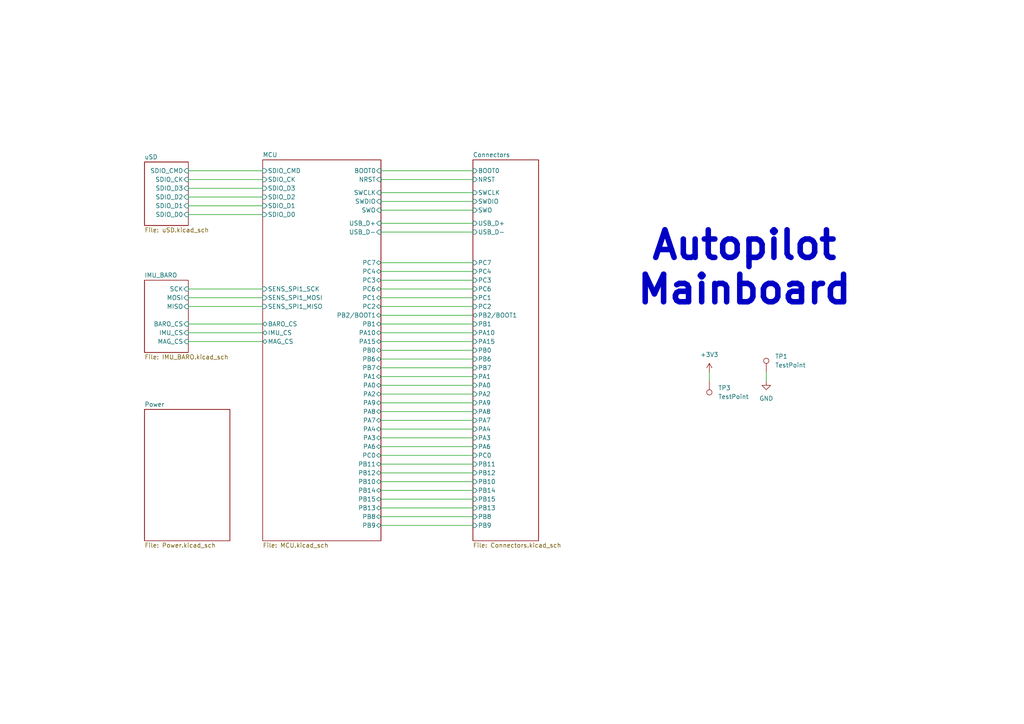
<source format=kicad_sch>
(kicad_sch
	(version 20231120)
	(generator "eeschema")
	(generator_version "8.0")
	(uuid "b45d5e52-dc5f-48cf-9721-eea6ab85931d")
	(paper "A4")
	(lib_symbols
		(symbol "Connector:TestPoint"
			(pin_numbers hide)
			(pin_names
				(offset 0.762) hide)
			(exclude_from_sim no)
			(in_bom yes)
			(on_board yes)
			(property "Reference" "TP"
				(at 0 6.858 0)
				(effects
					(font
						(size 1.27 1.27)
					)
				)
			)
			(property "Value" "TestPoint"
				(at 0 5.08 0)
				(effects
					(font
						(size 1.27 1.27)
					)
				)
			)
			(property "Footprint" ""
				(at 5.08 0 0)
				(effects
					(font
						(size 1.27 1.27)
					)
					(hide yes)
				)
			)
			(property "Datasheet" "~"
				(at 5.08 0 0)
				(effects
					(font
						(size 1.27 1.27)
					)
					(hide yes)
				)
			)
			(property "Description" "test point"
				(at 0 0 0)
				(effects
					(font
						(size 1.27 1.27)
					)
					(hide yes)
				)
			)
			(property "ki_keywords" "test point tp"
				(at 0 0 0)
				(effects
					(font
						(size 1.27 1.27)
					)
					(hide yes)
				)
			)
			(property "ki_fp_filters" "Pin* Test*"
				(at 0 0 0)
				(effects
					(font
						(size 1.27 1.27)
					)
					(hide yes)
				)
			)
			(symbol "TestPoint_0_1"
				(circle
					(center 0 3.302)
					(radius 0.762)
					(stroke
						(width 0)
						(type default)
					)
					(fill
						(type none)
					)
				)
			)
			(symbol "TestPoint_1_1"
				(pin passive line
					(at 0 0 90)
					(length 2.54)
					(name "1"
						(effects
							(font
								(size 1.27 1.27)
							)
						)
					)
					(number "1"
						(effects
							(font
								(size 1.27 1.27)
							)
						)
					)
				)
			)
		)
		(symbol "power:+3V3"
			(power)
			(pin_numbers hide)
			(pin_names
				(offset 0) hide)
			(exclude_from_sim no)
			(in_bom yes)
			(on_board yes)
			(property "Reference" "#PWR"
				(at 0 -3.81 0)
				(effects
					(font
						(size 1.27 1.27)
					)
					(hide yes)
				)
			)
			(property "Value" "+3V3"
				(at 0 3.556 0)
				(effects
					(font
						(size 1.27 1.27)
					)
				)
			)
			(property "Footprint" ""
				(at 0 0 0)
				(effects
					(font
						(size 1.27 1.27)
					)
					(hide yes)
				)
			)
			(property "Datasheet" ""
				(at 0 0 0)
				(effects
					(font
						(size 1.27 1.27)
					)
					(hide yes)
				)
			)
			(property "Description" "Power symbol creates a global label with name \"+3V3\""
				(at 0 0 0)
				(effects
					(font
						(size 1.27 1.27)
					)
					(hide yes)
				)
			)
			(property "ki_keywords" "global power"
				(at 0 0 0)
				(effects
					(font
						(size 1.27 1.27)
					)
					(hide yes)
				)
			)
			(symbol "+3V3_0_1"
				(polyline
					(pts
						(xy -0.762 1.27) (xy 0 2.54)
					)
					(stroke
						(width 0)
						(type default)
					)
					(fill
						(type none)
					)
				)
				(polyline
					(pts
						(xy 0 0) (xy 0 2.54)
					)
					(stroke
						(width 0)
						(type default)
					)
					(fill
						(type none)
					)
				)
				(polyline
					(pts
						(xy 0 2.54) (xy 0.762 1.27)
					)
					(stroke
						(width 0)
						(type default)
					)
					(fill
						(type none)
					)
				)
			)
			(symbol "+3V3_1_1"
				(pin power_in line
					(at 0 0 90)
					(length 0)
					(name "~"
						(effects
							(font
								(size 1.27 1.27)
							)
						)
					)
					(number "1"
						(effects
							(font
								(size 1.27 1.27)
							)
						)
					)
				)
			)
		)
		(symbol "power:GND"
			(power)
			(pin_numbers hide)
			(pin_names
				(offset 0) hide)
			(exclude_from_sim no)
			(in_bom yes)
			(on_board yes)
			(property "Reference" "#PWR"
				(at 0 -6.35 0)
				(effects
					(font
						(size 1.27 1.27)
					)
					(hide yes)
				)
			)
			(property "Value" "GND"
				(at 0 -3.81 0)
				(effects
					(font
						(size 1.27 1.27)
					)
				)
			)
			(property "Footprint" ""
				(at 0 0 0)
				(effects
					(font
						(size 1.27 1.27)
					)
					(hide yes)
				)
			)
			(property "Datasheet" ""
				(at 0 0 0)
				(effects
					(font
						(size 1.27 1.27)
					)
					(hide yes)
				)
			)
			(property "Description" "Power symbol creates a global label with name \"GND\" , ground"
				(at 0 0 0)
				(effects
					(font
						(size 1.27 1.27)
					)
					(hide yes)
				)
			)
			(property "ki_keywords" "global power"
				(at 0 0 0)
				(effects
					(font
						(size 1.27 1.27)
					)
					(hide yes)
				)
			)
			(symbol "GND_0_1"
				(polyline
					(pts
						(xy 0 0) (xy 0 -1.27) (xy 1.27 -1.27) (xy 0 -2.54) (xy -1.27 -1.27) (xy 0 -1.27)
					)
					(stroke
						(width 0)
						(type default)
					)
					(fill
						(type none)
					)
				)
			)
			(symbol "GND_1_1"
				(pin power_in line
					(at 0 0 270)
					(length 0)
					(name "~"
						(effects
							(font
								(size 1.27 1.27)
							)
						)
					)
					(number "1"
						(effects
							(font
								(size 1.27 1.27)
							)
						)
					)
				)
			)
		)
	)
	(wire
		(pts
			(xy 110.49 132.08) (xy 137.16 132.08)
		)
		(stroke
			(width 0)
			(type default)
		)
		(uuid "00be46de-bc50-4a5f-a9c0-56efc0140fa5")
	)
	(wire
		(pts
			(xy 54.61 83.82) (xy 76.2 83.82)
		)
		(stroke
			(width 0)
			(type default)
		)
		(uuid "0821fad3-ee45-4928-a2f8-901a447e3662")
	)
	(wire
		(pts
			(xy 110.49 129.54) (xy 137.16 129.54)
		)
		(stroke
			(width 0)
			(type default)
		)
		(uuid "0d593980-c15a-434e-a419-8a79d28cad0b")
	)
	(wire
		(pts
			(xy 110.49 88.9) (xy 137.16 88.9)
		)
		(stroke
			(width 0)
			(type default)
		)
		(uuid "0dfe3e14-fbe2-46dd-bea0-9bd97773c415")
	)
	(wire
		(pts
			(xy 110.49 67.31) (xy 137.16 67.31)
		)
		(stroke
			(width 0)
			(type default)
		)
		(uuid "103b9f3f-5f5f-4541-8214-47550babf90d")
	)
	(wire
		(pts
			(xy 110.49 111.76) (xy 137.16 111.76)
		)
		(stroke
			(width 0)
			(type default)
		)
		(uuid "15350fd3-b8c2-41da-a2de-71b71cb073e5")
	)
	(wire
		(pts
			(xy 54.61 96.52) (xy 76.2 96.52)
		)
		(stroke
			(width 0)
			(type default)
		)
		(uuid "18b7875f-1f7f-49a4-86c2-57300d6849be")
	)
	(wire
		(pts
			(xy 110.49 93.98) (xy 137.16 93.98)
		)
		(stroke
			(width 0)
			(type default)
		)
		(uuid "18bd80d8-18fc-4018-b410-80c1006d4163")
	)
	(wire
		(pts
			(xy 54.61 54.61) (xy 76.2 54.61)
		)
		(stroke
			(width 0)
			(type default)
		)
		(uuid "191ba9dc-233e-4e11-bb76-a5c205f346cd")
	)
	(wire
		(pts
			(xy 222.25 110.49) (xy 222.25 107.95)
		)
		(stroke
			(width 0)
			(type default)
		)
		(uuid "1ddaa7ee-556e-4825-b52c-6f3c75b6545c")
	)
	(wire
		(pts
			(xy 110.49 109.22) (xy 137.16 109.22)
		)
		(stroke
			(width 0)
			(type default)
		)
		(uuid "1f7d3510-ed76-43c9-bd4b-ce9a0d263843")
	)
	(wire
		(pts
			(xy 54.61 52.07) (xy 76.2 52.07)
		)
		(stroke
			(width 0)
			(type default)
		)
		(uuid "21a72dea-4fe4-416f-9e10-e0cf8de10d2b")
	)
	(wire
		(pts
			(xy 110.49 76.2) (xy 137.16 76.2)
		)
		(stroke
			(width 0)
			(type default)
		)
		(uuid "21c6cff8-6a21-4205-b3e8-dd0cdaa74beb")
	)
	(wire
		(pts
			(xy 205.74 107.95) (xy 205.74 110.49)
		)
		(stroke
			(width 0)
			(type default)
		)
		(uuid "298c4172-62a5-4e4f-b968-07e9f57eaafb")
	)
	(wire
		(pts
			(xy 110.49 86.36) (xy 137.16 86.36)
		)
		(stroke
			(width 0)
			(type default)
		)
		(uuid "2bc56d7e-c409-48fa-864f-7714c2558c15")
	)
	(wire
		(pts
			(xy 54.61 99.06) (xy 76.2 99.06)
		)
		(stroke
			(width 0)
			(type default)
		)
		(uuid "2dc6be2e-ba3c-48f5-9235-a6c11c64e05d")
	)
	(wire
		(pts
			(xy 110.49 83.82) (xy 137.16 83.82)
		)
		(stroke
			(width 0)
			(type default)
		)
		(uuid "2e27374b-ad6e-40ff-a614-688ad9616573")
	)
	(wire
		(pts
			(xy 110.49 52.07) (xy 137.16 52.07)
		)
		(stroke
			(width 0)
			(type default)
		)
		(uuid "3c2054b0-6c54-4274-b8cc-15e0d0699251")
	)
	(wire
		(pts
			(xy 110.49 99.06) (xy 137.16 99.06)
		)
		(stroke
			(width 0)
			(type default)
		)
		(uuid "45b6b876-9fee-48a3-8b03-5596c03d9425")
	)
	(wire
		(pts
			(xy 110.49 81.28) (xy 137.16 81.28)
		)
		(stroke
			(width 0)
			(type default)
		)
		(uuid "4b6708e2-339d-42a4-97c3-da235383d89f")
	)
	(wire
		(pts
			(xy 110.49 49.53) (xy 137.16 49.53)
		)
		(stroke
			(width 0)
			(type default)
		)
		(uuid "4d1667ef-68a5-45d3-9269-0af60795f2bb")
	)
	(wire
		(pts
			(xy 110.49 106.68) (xy 137.16 106.68)
		)
		(stroke
			(width 0)
			(type default)
		)
		(uuid "5167da69-25fb-4c51-a86c-d0f07fb80cc8")
	)
	(wire
		(pts
			(xy 110.49 116.84) (xy 137.16 116.84)
		)
		(stroke
			(width 0)
			(type default)
		)
		(uuid "57133d7e-b1b9-4a0e-a060-fe051bb877b0")
	)
	(wire
		(pts
			(xy 110.49 104.14) (xy 137.16 104.14)
		)
		(stroke
			(width 0)
			(type default)
		)
		(uuid "5d0f5083-5855-4784-9a23-fe37223f509f")
	)
	(wire
		(pts
			(xy 54.61 93.98) (xy 76.2 93.98)
		)
		(stroke
			(width 0)
			(type default)
		)
		(uuid "63c93bb8-bae0-44fe-84f5-6a4fb775cbe8")
	)
	(wire
		(pts
			(xy 110.49 137.16) (xy 137.16 137.16)
		)
		(stroke
			(width 0)
			(type default)
		)
		(uuid "6ae2e222-0225-4831-9d52-3b4d7da12249")
	)
	(wire
		(pts
			(xy 110.49 60.96) (xy 137.16 60.96)
		)
		(stroke
			(width 0)
			(type default)
		)
		(uuid "70a661b1-d077-49e7-aced-01d36caf5706")
	)
	(wire
		(pts
			(xy 54.61 86.36) (xy 76.2 86.36)
		)
		(stroke
			(width 0)
			(type default)
		)
		(uuid "787b32ee-cf59-45b3-af05-389e0ab6bcd9")
	)
	(wire
		(pts
			(xy 110.49 101.6) (xy 137.16 101.6)
		)
		(stroke
			(width 0)
			(type default)
		)
		(uuid "78d8e091-d3d3-4d34-ac79-4207b4c47fb3")
	)
	(wire
		(pts
			(xy 110.49 55.88) (xy 137.16 55.88)
		)
		(stroke
			(width 0)
			(type default)
		)
		(uuid "7e995868-ba4c-423c-a5b4-bf707c4b1596")
	)
	(wire
		(pts
			(xy 110.49 91.44) (xy 137.16 91.44)
		)
		(stroke
			(width 0)
			(type default)
		)
		(uuid "807a3f0e-0eea-43be-ab61-564b92c8626b")
	)
	(wire
		(pts
			(xy 110.49 78.74) (xy 137.16 78.74)
		)
		(stroke
			(width 0)
			(type default)
		)
		(uuid "8188ec73-2ef1-48d9-80fa-195e981370f5")
	)
	(wire
		(pts
			(xy 110.49 119.38) (xy 137.16 119.38)
		)
		(stroke
			(width 0)
			(type default)
		)
		(uuid "8b08dc4c-fb2d-484c-9926-eb9587c44841")
	)
	(wire
		(pts
			(xy 54.61 49.53) (xy 76.2 49.53)
		)
		(stroke
			(width 0)
			(type default)
		)
		(uuid "8de9257f-c3a3-4536-a514-1f2802ad423c")
	)
	(wire
		(pts
			(xy 110.49 124.46) (xy 137.16 124.46)
		)
		(stroke
			(width 0)
			(type default)
		)
		(uuid "946fe0cb-4677-4148-9d83-528b26950ff4")
	)
	(wire
		(pts
			(xy 110.49 152.4) (xy 137.16 152.4)
		)
		(stroke
			(width 0)
			(type default)
		)
		(uuid "9cfc18d2-b142-4604-b6c9-29c549acd07e")
	)
	(wire
		(pts
			(xy 110.49 64.77) (xy 137.16 64.77)
		)
		(stroke
			(width 0)
			(type default)
		)
		(uuid "a15e4b24-374a-41dd-9514-3882fa8cbcc8")
	)
	(wire
		(pts
			(xy 110.49 149.86) (xy 137.16 149.86)
		)
		(stroke
			(width 0)
			(type default)
		)
		(uuid "a634c7ba-39b7-4902-9c3a-e967062f6bd3")
	)
	(wire
		(pts
			(xy 110.49 147.32) (xy 137.16 147.32)
		)
		(stroke
			(width 0)
			(type default)
		)
		(uuid "b4c36c81-370f-4f4d-9249-a1eefeef4c06")
	)
	(wire
		(pts
			(xy 54.61 62.23) (xy 76.2 62.23)
		)
		(stroke
			(width 0)
			(type default)
		)
		(uuid "ba0519a6-fa51-4716-98aa-2874dbe18efc")
	)
	(wire
		(pts
			(xy 110.49 127) (xy 137.16 127)
		)
		(stroke
			(width 0)
			(type default)
		)
		(uuid "c3f58618-bf5e-49d9-b709-92090ce3eaf3")
	)
	(wire
		(pts
			(xy 110.49 58.42) (xy 137.16 58.42)
		)
		(stroke
			(width 0)
			(type default)
		)
		(uuid "c4431d93-fea7-4cea-9cf7-e37fd405aff9")
	)
	(wire
		(pts
			(xy 110.49 142.24) (xy 137.16 142.24)
		)
		(stroke
			(width 0)
			(type default)
		)
		(uuid "c5ef888b-b15d-48ee-a903-12955e134a13")
	)
	(wire
		(pts
			(xy 110.49 139.7) (xy 137.16 139.7)
		)
		(stroke
			(width 0)
			(type default)
		)
		(uuid "cea22da1-4fdc-4dab-b7dc-25254d5b5b24")
	)
	(wire
		(pts
			(xy 110.49 144.78) (xy 137.16 144.78)
		)
		(stroke
			(width 0)
			(type default)
		)
		(uuid "d2d54263-567e-461d-8ef7-6a655cf6df82")
	)
	(wire
		(pts
			(xy 110.49 114.3) (xy 137.16 114.3)
		)
		(stroke
			(width 0)
			(type default)
		)
		(uuid "d5f002d9-1900-49d8-b6df-9387b0f76d10")
	)
	(wire
		(pts
			(xy 54.61 88.9) (xy 76.2 88.9)
		)
		(stroke
			(width 0)
			(type default)
		)
		(uuid "da5e33cf-3a1a-4374-8aef-a4ee8b3c9adf")
	)
	(wire
		(pts
			(xy 54.61 57.15) (xy 76.2 57.15)
		)
		(stroke
			(width 0)
			(type default)
		)
		(uuid "dd0e758d-abb3-479f-bfa3-16760a5c0871")
	)
	(wire
		(pts
			(xy 110.49 96.52) (xy 137.16 96.52)
		)
		(stroke
			(width 0)
			(type default)
		)
		(uuid "e6d680bd-b0c4-473c-96dc-8fad02130266")
	)
	(wire
		(pts
			(xy 110.49 121.92) (xy 137.16 121.92)
		)
		(stroke
			(width 0)
			(type default)
		)
		(uuid "ede78a80-4091-49d7-a5ad-6c2ca30f3f55")
	)
	(wire
		(pts
			(xy 54.61 59.69) (xy 76.2 59.69)
		)
		(stroke
			(width 0)
			(type default)
		)
		(uuid "f50ca6a2-c9b6-41db-96c4-0a3f4add15b4")
	)
	(wire
		(pts
			(xy 110.49 134.62) (xy 137.16 134.62)
		)
		(stroke
			(width 0)
			(type default)
		)
		(uuid "fe1b09da-8e77-462a-a2b8-502c6246966c")
	)
	(text "Autopilot\nMainboard"
		(exclude_from_sim no)
		(at 215.9 77.724 0)
		(effects
			(font
				(size 8 8)
				(thickness 1.6)
				(bold yes)
			)
		)
		(uuid "197f4ae0-2c90-4e89-8cda-186911dbf1cb")
	)
	(symbol
		(lib_id "Connector:TestPoint")
		(at 222.25 107.95 0)
		(unit 1)
		(exclude_from_sim no)
		(in_bom yes)
		(on_board yes)
		(dnp no)
		(fields_autoplaced yes)
		(uuid "1126fe8a-3ef3-428d-81f5-6802ce6f78ee")
		(property "Reference" "TP1"
			(at 224.79 103.3779 0)
			(effects
				(font
					(size 1.27 1.27)
				)
				(justify left)
			)
		)
		(property "Value" "TestPoint"
			(at 224.79 105.9179 0)
			(effects
				(font
					(size 1.27 1.27)
				)
				(justify left)
			)
		)
		(property "Footprint" "TestPoint:TestPoint_THTPad_D1.0mm_Drill0.5mm"
			(at 227.33 107.95 0)
			(effects
				(font
					(size 1.27 1.27)
				)
				(hide yes)
			)
		)
		(property "Datasheet" "~"
			(at 227.33 107.95 0)
			(effects
				(font
					(size 1.27 1.27)
				)
				(hide yes)
			)
		)
		(property "Description" "test point"
			(at 222.25 107.95 0)
			(effects
				(font
					(size 1.27 1.27)
				)
				(hide yes)
			)
		)
		(property "LCSC Part #" "N/A"
			(at 222.25 107.95 0)
			(effects
				(font
					(size 1.27 1.27)
				)
				(hide yes)
			)
		)
		(pin "1"
			(uuid "4615b221-5677-4d3b-b5b0-2532c4bbfaef")
		)
		(instances
			(project "MainBoard"
				(path "/b45d5e52-dc5f-48cf-9721-eea6ab85931d"
					(reference "TP1")
					(unit 1)
				)
			)
		)
	)
	(symbol
		(lib_id "Connector:TestPoint")
		(at 205.74 110.49 180)
		(unit 1)
		(exclude_from_sim no)
		(in_bom yes)
		(on_board yes)
		(dnp no)
		(fields_autoplaced yes)
		(uuid "1464f966-e27f-4dc3-9cd3-f763720c63f2")
		(property "Reference" "TP3"
			(at 208.28 112.5219 0)
			(effects
				(font
					(size 1.27 1.27)
				)
				(justify right)
			)
		)
		(property "Value" "TestPoint"
			(at 208.28 115.0619 0)
			(effects
				(font
					(size 1.27 1.27)
				)
				(justify right)
			)
		)
		(property "Footprint" "TestPoint:TestPoint_Pad_D1.0mm"
			(at 200.66 110.49 0)
			(effects
				(font
					(size 1.27 1.27)
				)
				(hide yes)
			)
		)
		(property "Datasheet" "~"
			(at 200.66 110.49 0)
			(effects
				(font
					(size 1.27 1.27)
				)
				(hide yes)
			)
		)
		(property "Description" "test point"
			(at 205.74 110.49 0)
			(effects
				(font
					(size 1.27 1.27)
				)
				(hide yes)
			)
		)
		(property "LCSC Part #" "N/A"
			(at 205.74 110.49 0)
			(effects
				(font
					(size 1.27 1.27)
				)
				(hide yes)
			)
		)
		(pin "1"
			(uuid "6e1fc157-65ed-4738-9f39-81a3eef06db7")
		)
		(instances
			(project "MainBoard"
				(path "/b45d5e52-dc5f-48cf-9721-eea6ab85931d"
					(reference "TP3")
					(unit 1)
				)
			)
		)
	)
	(symbol
		(lib_id "power:GND")
		(at 222.25 110.49 0)
		(unit 1)
		(exclude_from_sim no)
		(in_bom yes)
		(on_board yes)
		(dnp no)
		(fields_autoplaced yes)
		(uuid "6100b0c2-1321-45f8-98fb-35be538701da")
		(property "Reference" "#PWR032"
			(at 222.25 116.84 0)
			(effects
				(font
					(size 1.27 1.27)
				)
				(hide yes)
			)
		)
		(property "Value" "GND"
			(at 222.25 115.57 0)
			(effects
				(font
					(size 1.27 1.27)
				)
			)
		)
		(property "Footprint" ""
			(at 222.25 110.49 0)
			(effects
				(font
					(size 1.27 1.27)
				)
				(hide yes)
			)
		)
		(property "Datasheet" ""
			(at 222.25 110.49 0)
			(effects
				(font
					(size 1.27 1.27)
				)
				(hide yes)
			)
		)
		(property "Description" "Power symbol creates a global label with name \"GND\" , ground"
			(at 222.25 110.49 0)
			(effects
				(font
					(size 1.27 1.27)
				)
				(hide yes)
			)
		)
		(pin "1"
			(uuid "e6a3222e-df08-47a3-bd88-a562f22c1ce6")
		)
		(instances
			(project "MainBoard"
				(path "/b45d5e52-dc5f-48cf-9721-eea6ab85931d"
					(reference "#PWR032")
					(unit 1)
				)
			)
		)
	)
	(symbol
		(lib_id "power:+3V3")
		(at 205.74 107.95 0)
		(unit 1)
		(exclude_from_sim no)
		(in_bom yes)
		(on_board yes)
		(dnp no)
		(fields_autoplaced yes)
		(uuid "8425cd5e-3f51-41ea-90b9-f8880970fa6c")
		(property "Reference" "#PWR033"
			(at 205.74 111.76 0)
			(effects
				(font
					(size 1.27 1.27)
				)
				(hide yes)
			)
		)
		(property "Value" "+3V3"
			(at 205.74 102.87 0)
			(effects
				(font
					(size 1.27 1.27)
				)
			)
		)
		(property "Footprint" ""
			(at 205.74 107.95 0)
			(effects
				(font
					(size 1.27 1.27)
				)
				(hide yes)
			)
		)
		(property "Datasheet" ""
			(at 205.74 107.95 0)
			(effects
				(font
					(size 1.27 1.27)
				)
				(hide yes)
			)
		)
		(property "Description" "Power symbol creates a global label with name \"+3V3\""
			(at 205.74 107.95 0)
			(effects
				(font
					(size 1.27 1.27)
				)
				(hide yes)
			)
		)
		(pin "1"
			(uuid "0f36df74-8927-485e-9590-84e045a4b4b3")
		)
		(instances
			(project "MainBoard"
				(path "/b45d5e52-dc5f-48cf-9721-eea6ab85931d"
					(reference "#PWR033")
					(unit 1)
				)
			)
		)
	)
	(sheet
		(at 137.16 46.355)
		(size 19.05 110.49)
		(fields_autoplaced yes)
		(stroke
			(width 0.1524)
			(type solid)
		)
		(fill
			(color 0 0 0 0.0000)
		)
		(uuid "4396c128-a1ea-484a-8a98-82f4cbd1e556")
		(property "Sheetname" "Connectors"
			(at 137.16 45.6434 0)
			(effects
				(font
					(size 1.27 1.27)
				)
				(justify left bottom)
			)
		)
		(property "Sheetfile" "Connectors.kicad_sch"
			(at 137.16 157.4296 0)
			(effects
				(font
					(size 1.27 1.27)
				)
				(justify left top)
			)
		)
		(pin "USB_D+" input
			(at 137.16 64.77 180)
			(effects
				(font
					(size 1.27 1.27)
				)
				(justify left)
			)
			(uuid "a99e8240-8606-4466-ab9e-a0a63ec366a8")
		)
		(pin "USB_D-" input
			(at 137.16 67.31 180)
			(effects
				(font
					(size 1.27 1.27)
				)
				(justify left)
			)
			(uuid "a4fbcdf9-bdd3-4154-8886-a602453b4a8c")
		)
		(pin "PB11" input
			(at 137.16 134.62 180)
			(effects
				(font
					(size 1.27 1.27)
				)
				(justify left)
			)
			(uuid "3a4696f6-ec4c-46b5-a5c6-e57cd0907993")
		)
		(pin "PB10" input
			(at 137.16 139.7 180)
			(effects
				(font
					(size 1.27 1.27)
				)
				(justify left)
			)
			(uuid "49ca9d00-b5c6-4180-b9d3-8b5c9b6b6875")
		)
		(pin "PB1" input
			(at 137.16 93.98 180)
			(effects
				(font
					(size 1.27 1.27)
				)
				(justify left)
			)
			(uuid "dca977cf-2726-446f-ac1e-862d82df5534")
		)
		(pin "PB0" input
			(at 137.16 101.6 180)
			(effects
				(font
					(size 1.27 1.27)
				)
				(justify left)
			)
			(uuid "c756369c-1d6a-432a-ad1b-35f60a4aa4c8")
		)
		(pin "PC4" input
			(at 137.16 78.74 180)
			(effects
				(font
					(size 1.27 1.27)
				)
				(justify left)
			)
			(uuid "d1102b94-2710-406b-8feb-1f599c1f4cb6")
		)
		(pin "PA7" input
			(at 137.16 121.92 180)
			(effects
				(font
					(size 1.27 1.27)
				)
				(justify left)
			)
			(uuid "30c0ab11-dcc3-4cc3-b0f0-5734ea5a0ce0")
		)
		(pin "PA6" input
			(at 137.16 129.54 180)
			(effects
				(font
					(size 1.27 1.27)
				)
				(justify left)
			)
			(uuid "49c91f81-351e-4cae-b49b-1f9d063bb634")
		)
		(pin "PA4" input
			(at 137.16 124.46 180)
			(effects
				(font
					(size 1.27 1.27)
				)
				(justify left)
			)
			(uuid "086f491d-e2fe-46ae-9427-542c2329557d")
		)
		(pin "PA1" input
			(at 137.16 109.22 180)
			(effects
				(font
					(size 1.27 1.27)
				)
				(justify left)
			)
			(uuid "2d45c6af-3e76-49b7-9b8f-d0666f18dfab")
		)
		(pin "PA2" input
			(at 137.16 114.3 180)
			(effects
				(font
					(size 1.27 1.27)
				)
				(justify left)
			)
			(uuid "379752b9-65c1-4b76-aa6e-201bbd524f3e")
		)
		(pin "PA3" input
			(at 137.16 127 180)
			(effects
				(font
					(size 1.27 1.27)
				)
				(justify left)
			)
			(uuid "5e6cfb13-a668-4904-a6b5-f51c4e23328a")
		)
		(pin "PA0" input
			(at 137.16 111.76 180)
			(effects
				(font
					(size 1.27 1.27)
				)
				(justify left)
			)
			(uuid "409a7469-c369-4f81-a0b0-9dbe8e615b36")
		)
		(pin "PC3" input
			(at 137.16 81.28 180)
			(effects
				(font
					(size 1.27 1.27)
				)
				(justify left)
			)
			(uuid "e5520e09-f881-40ab-9edc-86577f12b1cc")
		)
		(pin "PC2" input
			(at 137.16 88.9 180)
			(effects
				(font
					(size 1.27 1.27)
				)
				(justify left)
			)
			(uuid "bcbeabb8-6fa5-45c9-9d7e-8808a5a018fd")
		)
		(pin "PC1" input
			(at 137.16 86.36 180)
			(effects
				(font
					(size 1.27 1.27)
				)
				(justify left)
			)
			(uuid "ef5d9dff-323f-4d39-b2e0-995fc7358f79")
		)
		(pin "NRST" input
			(at 137.16 52.07 180)
			(effects
				(font
					(size 1.27 1.27)
				)
				(justify left)
			)
			(uuid "9a7bd1dc-cdb2-47a4-bfa9-bbb05de28c96")
		)
		(pin "PB9" input
			(at 137.16 152.4 180)
			(effects
				(font
					(size 1.27 1.27)
				)
				(justify left)
			)
			(uuid "cc36eec4-c7ac-4cfe-b3f7-3c07df570ce8")
		)
		(pin "PB8" input
			(at 137.16 149.86 180)
			(effects
				(font
					(size 1.27 1.27)
				)
				(justify left)
			)
			(uuid "70e02609-6d07-4b15-8285-f00ab970d1d6")
		)
		(pin "PB7" input
			(at 137.16 106.68 180)
			(effects
				(font
					(size 1.27 1.27)
				)
				(justify left)
			)
			(uuid "50e9262b-75ad-44f0-8f55-17f36a0ebcb9")
		)
		(pin "PB6" input
			(at 137.16 104.14 180)
			(effects
				(font
					(size 1.27 1.27)
				)
				(justify left)
			)
			(uuid "7b45fbcb-5c68-45ad-af8c-05a9df50df47")
		)
		(pin "SWO" input
			(at 137.16 60.96 180)
			(effects
				(font
					(size 1.27 1.27)
				)
				(justify left)
			)
			(uuid "22f7b55d-d8cb-44ef-a8cd-0f9b9a0c9017")
		)
		(pin "PA15" input
			(at 137.16 99.06 180)
			(effects
				(font
					(size 1.27 1.27)
				)
				(justify left)
			)
			(uuid "ecd3e6b5-ab0a-4f55-b821-909526fec07f")
		)
		(pin "SWCLK" input
			(at 137.16 55.88 180)
			(effects
				(font
					(size 1.27 1.27)
				)
				(justify left)
			)
			(uuid "03aff6e7-218f-421d-b6dd-761dc1b90057")
		)
		(pin "SWDIO" input
			(at 137.16 58.42 180)
			(effects
				(font
					(size 1.27 1.27)
				)
				(justify left)
			)
			(uuid "e2ac9a35-2e9e-4740-ba2a-f131ac80d522")
		)
		(pin "PA10" input
			(at 137.16 96.52 180)
			(effects
				(font
					(size 1.27 1.27)
				)
				(justify left)
			)
			(uuid "8221045b-8eb5-43ab-8e06-044278900df3")
		)
		(pin "PA9" input
			(at 137.16 116.84 180)
			(effects
				(font
					(size 1.27 1.27)
				)
				(justify left)
			)
			(uuid "209a4508-7acc-4548-abcd-21cb611b5746")
		)
		(pin "BOOT0" input
			(at 137.16 49.53 180)
			(effects
				(font
					(size 1.27 1.27)
				)
				(justify left)
			)
			(uuid "e4d203c6-c0a5-4ca8-bfd1-4182ee1c2a3a")
		)
		(pin "PA8" input
			(at 137.16 119.38 180)
			(effects
				(font
					(size 1.27 1.27)
				)
				(justify left)
			)
			(uuid "eb880e52-6a90-4c15-875f-128bff2aa459")
		)
		(pin "PC7" input
			(at 137.16 76.2 180)
			(effects
				(font
					(size 1.27 1.27)
				)
				(justify left)
			)
			(uuid "aefb2ba9-ee06-48c7-bc80-03cd1ba76250")
		)
		(pin "PC6" input
			(at 137.16 83.82 180)
			(effects
				(font
					(size 1.27 1.27)
				)
				(justify left)
			)
			(uuid "e523af4e-2373-4b54-a727-bec218feb4d6")
		)
		(pin "PB15" input
			(at 137.16 144.78 180)
			(effects
				(font
					(size 1.27 1.27)
				)
				(justify left)
			)
			(uuid "b1217390-43f1-4679-b223-e6315d9588e0")
		)
		(pin "PB14" input
			(at 137.16 142.24 180)
			(effects
				(font
					(size 1.27 1.27)
				)
				(justify left)
			)
			(uuid "21659f32-df97-424d-acb4-a10968851693")
		)
		(pin "PB13" input
			(at 137.16 147.32 180)
			(effects
				(font
					(size 1.27 1.27)
				)
				(justify left)
			)
			(uuid "fd658f7e-3345-4adf-af41-00d31c226fb9")
		)
		(pin "PB12" input
			(at 137.16 137.16 180)
			(effects
				(font
					(size 1.27 1.27)
				)
				(justify left)
			)
			(uuid "044be54f-c6be-47bc-bb64-6f29d11fc07e")
		)
		(pin "PB2{slash}BOOT1" bidirectional
			(at 137.16 91.44 180)
			(effects
				(font
					(size 1.27 1.27)
				)
				(justify left)
			)
			(uuid "ca54c625-1a00-41ae-a3e1-8f48e8d4eb99")
		)
		(pin "PC0" input
			(at 137.16 132.08 180)
			(effects
				(font
					(size 1.27 1.27)
				)
				(justify left)
			)
			(uuid "efb4b574-1675-4ca7-8878-4074cd65ca00")
		)
		(instances
			(project "MainBoard"
				(path "/b45d5e52-dc5f-48cf-9721-eea6ab85931d"
					(page "3")
				)
			)
		)
	)
	(sheet
		(at 76.2 46.355)
		(size 34.29 110.49)
		(fields_autoplaced yes)
		(stroke
			(width 0.1524)
			(type solid)
		)
		(fill
			(color 0 0 0 0.0000)
		)
		(uuid "47cc79e3-f8d9-4913-b657-26c975eb6f31")
		(property "Sheetname" "MCU"
			(at 76.2 45.6434 0)
			(effects
				(font
					(size 1.27 1.27)
				)
				(justify left bottom)
			)
		)
		(property "Sheetfile" "MCU.kicad_sch"
			(at 76.2 157.4296 0)
			(effects
				(font
					(size 1.27 1.27)
				)
				(justify left top)
			)
		)
		(pin "SDIO_CMD" input
			(at 76.2 49.53 180)
			(effects
				(font
					(size 1.27 1.27)
				)
				(justify left)
			)
			(uuid "32967bd9-e5b1-4181-9ec2-7ca7fa3e8f69")
		)
		(pin "SDIO_CK" input
			(at 76.2 52.07 180)
			(effects
				(font
					(size 1.27 1.27)
				)
				(justify left)
			)
			(uuid "74233949-d3e5-426b-8051-2b09f7d10695")
		)
		(pin "SDIO_D3" input
			(at 76.2 54.61 180)
			(effects
				(font
					(size 1.27 1.27)
				)
				(justify left)
			)
			(uuid "8e11c9e2-170e-4509-97e0-01a0e72ebd8d")
		)
		(pin "SDIO_D2" input
			(at 76.2 57.15 180)
			(effects
				(font
					(size 1.27 1.27)
				)
				(justify left)
			)
			(uuid "e61eb9fe-47a1-4eff-8111-23ae3242da82")
		)
		(pin "SDIO_D1" input
			(at 76.2 59.69 180)
			(effects
				(font
					(size 1.27 1.27)
				)
				(justify left)
			)
			(uuid "2fd9c6c4-645f-4a91-ac8d-d08189cb1575")
		)
		(pin "SDIO_D0" input
			(at 76.2 62.23 180)
			(effects
				(font
					(size 1.27 1.27)
				)
				(justify left)
			)
			(uuid "539a1f8a-8314-42ca-86d6-bfdd3b601b42")
		)
		(pin "BOOT0" input
			(at 110.49 49.53 0)
			(effects
				(font
					(size 1.27 1.27)
				)
				(justify right)
			)
			(uuid "f9e65f6f-c178-45ca-aef6-7c86ad32517e")
		)
		(pin "NRST" input
			(at 110.49 52.07 0)
			(effects
				(font
					(size 1.27 1.27)
				)
				(justify right)
			)
			(uuid "cd8e7968-3835-4dfc-838a-ed24bc612f0a")
		)
		(pin "SWCLK" input
			(at 110.49 55.88 0)
			(effects
				(font
					(size 1.27 1.27)
				)
				(justify right)
			)
			(uuid "aea61368-d434-469f-af0c-c8afb5715e1b")
		)
		(pin "SWDIO" input
			(at 110.49 58.42 0)
			(effects
				(font
					(size 1.27 1.27)
				)
				(justify right)
			)
			(uuid "2629abe8-8e3b-4827-b44d-15ad188c8135")
		)
		(pin "SENS_SPI1_SCK" input
			(at 76.2 83.82 180)
			(effects
				(font
					(size 1.27 1.27)
				)
				(justify left)
			)
			(uuid "fc5ae88a-6f1a-44e5-8aa4-67448dd8a554")
		)
		(pin "SWO" input
			(at 110.49 60.96 0)
			(effects
				(font
					(size 1.27 1.27)
				)
				(justify right)
			)
			(uuid "df5c53b0-93f0-4444-a56d-c20f42f262e5")
		)
		(pin "SENS_SPI1_MOSI" input
			(at 76.2 86.36 180)
			(effects
				(font
					(size 1.27 1.27)
				)
				(justify left)
			)
			(uuid "7c876533-d200-4458-8432-a759e56d7e09")
		)
		(pin "SENS_SPI1_MISO" input
			(at 76.2 88.9 180)
			(effects
				(font
					(size 1.27 1.27)
				)
				(justify left)
			)
			(uuid "1f98d1e8-6780-4837-a2d1-92d79db1aa8c")
		)
		(pin "USB_D+" input
			(at 110.49 64.77 0)
			(effects
				(font
					(size 1.27 1.27)
				)
				(justify right)
			)
			(uuid "a39d4470-7ec7-40e7-a5e7-0b3f9321a578")
		)
		(pin "USB_D-" input
			(at 110.49 67.31 0)
			(effects
				(font
					(size 1.27 1.27)
				)
				(justify right)
			)
			(uuid "642e142f-2a6d-4da4-817c-4b126d019b6f")
		)
		(pin "PC7" bidirectional
			(at 110.49 76.2 0)
			(effects
				(font
					(size 1.27 1.27)
				)
				(justify right)
			)
			(uuid "9f69c4e8-2e1f-4afb-b856-935b0605fdb0")
		)
		(pin "PC4" bidirectional
			(at 110.49 78.74 0)
			(effects
				(font
					(size 1.27 1.27)
				)
				(justify right)
			)
			(uuid "59f1f410-e0d0-4020-8e8b-e0e03a7cbe3b")
		)
		(pin "PC3" bidirectional
			(at 110.49 81.28 0)
			(effects
				(font
					(size 1.27 1.27)
				)
				(justify right)
			)
			(uuid "1c1eb092-86a2-4ec5-89cb-b1f0570406e5")
		)
		(pin "PC6" bidirectional
			(at 110.49 83.82 0)
			(effects
				(font
					(size 1.27 1.27)
				)
				(justify right)
			)
			(uuid "af4339ff-30e7-4452-83cd-a7f2a8dac56b")
		)
		(pin "PC1" bidirectional
			(at 110.49 86.36 0)
			(effects
				(font
					(size 1.27 1.27)
				)
				(justify right)
			)
			(uuid "fea3dc07-080b-4641-93ba-33679ade34c0")
		)
		(pin "PC2" bidirectional
			(at 110.49 88.9 0)
			(effects
				(font
					(size 1.27 1.27)
				)
				(justify right)
			)
			(uuid "840be4a9-3d0f-4fd0-8ab6-7e1d9572e042")
		)
		(pin "PB1" bidirectional
			(at 110.49 93.98 0)
			(effects
				(font
					(size 1.27 1.27)
				)
				(justify right)
			)
			(uuid "69eb2ec3-3632-45bd-9bc2-6902d6f19dc5")
		)
		(pin "PA10" bidirectional
			(at 110.49 96.52 0)
			(effects
				(font
					(size 1.27 1.27)
				)
				(justify right)
			)
			(uuid "1663fcb5-933a-4210-a1e9-1c908b7155d3")
		)
		(pin "PA15" bidirectional
			(at 110.49 99.06 0)
			(effects
				(font
					(size 1.27 1.27)
				)
				(justify right)
			)
			(uuid "b8bbae2a-ced7-4702-8dcc-2db2af3a35ab")
		)
		(pin "PB0" bidirectional
			(at 110.49 101.6 0)
			(effects
				(font
					(size 1.27 1.27)
				)
				(justify right)
			)
			(uuid "3a861df6-3877-49ac-88d3-ae4596c426df")
		)
		(pin "PB6" bidirectional
			(at 110.49 104.14 0)
			(effects
				(font
					(size 1.27 1.27)
				)
				(justify right)
			)
			(uuid "48bc20d4-f2e6-413c-993f-41461cf41531")
		)
		(pin "PB7" bidirectional
			(at 110.49 106.68 0)
			(effects
				(font
					(size 1.27 1.27)
				)
				(justify right)
			)
			(uuid "f56ab822-c094-4438-9577-d42a15a568eb")
		)
		(pin "PA1" bidirectional
			(at 110.49 109.22 0)
			(effects
				(font
					(size 1.27 1.27)
				)
				(justify right)
			)
			(uuid "ee07bac3-5e9c-4b5f-8cdd-bd656951b539")
		)
		(pin "PA0" bidirectional
			(at 110.49 111.76 0)
			(effects
				(font
					(size 1.27 1.27)
				)
				(justify right)
			)
			(uuid "47acc7d1-ff31-40d4-b709-3df15b6f5bec")
		)
		(pin "PA2" bidirectional
			(at 110.49 114.3 0)
			(effects
				(font
					(size 1.27 1.27)
				)
				(justify right)
			)
			(uuid "46373cd4-3932-4cab-a8ef-c4a66ed89d97")
		)
		(pin "PA9" bidirectional
			(at 110.49 116.84 0)
			(effects
				(font
					(size 1.27 1.27)
				)
				(justify right)
			)
			(uuid "01fdee1c-5fa3-4bb3-b1a7-6d8dfc70e299")
		)
		(pin "PA8" bidirectional
			(at 110.49 119.38 0)
			(effects
				(font
					(size 1.27 1.27)
				)
				(justify right)
			)
			(uuid "531b8c7d-2af9-4fd6-bd71-b0c9434a6801")
		)
		(pin "PA7" bidirectional
			(at 110.49 121.92 0)
			(effects
				(font
					(size 1.27 1.27)
				)
				(justify right)
			)
			(uuid "d296c3bf-8286-488f-80c1-d5adc56b3ecb")
		)
		(pin "PA4" bidirectional
			(at 110.49 124.46 0)
			(effects
				(font
					(size 1.27 1.27)
				)
				(justify right)
			)
			(uuid "63d4cad2-4e3e-47fc-916b-f0811f13624d")
		)
		(pin "PA3" bidirectional
			(at 110.49 127 0)
			(effects
				(font
					(size 1.27 1.27)
				)
				(justify right)
			)
			(uuid "272b0a25-f656-4e2d-84ae-0ece91b2cee2")
		)
		(pin "PA6" bidirectional
			(at 110.49 129.54 0)
			(effects
				(font
					(size 1.27 1.27)
				)
				(justify right)
			)
			(uuid "31f430c7-3875-4dfb-be48-c64b4c998c01")
		)
		(pin "PB11" bidirectional
			(at 110.49 134.62 0)
			(effects
				(font
					(size 1.27 1.27)
				)
				(justify right)
			)
			(uuid "98f77872-946e-4a37-a29f-30e5fdd5b892")
		)
		(pin "PB12" bidirectional
			(at 110.49 137.16 0)
			(effects
				(font
					(size 1.27 1.27)
				)
				(justify right)
			)
			(uuid "b6843d36-899b-4634-8ba3-0800923e13fd")
		)
		(pin "PB10" bidirectional
			(at 110.49 139.7 0)
			(effects
				(font
					(size 1.27 1.27)
				)
				(justify right)
			)
			(uuid "ac70aad6-5487-4735-962b-f2d0391731fc")
		)
		(pin "PB14" bidirectional
			(at 110.49 142.24 0)
			(effects
				(font
					(size 1.27 1.27)
				)
				(justify right)
			)
			(uuid "7229bf3c-818a-4575-8bc5-e5c1acc68d82")
		)
		(pin "PB15" bidirectional
			(at 110.49 144.78 0)
			(effects
				(font
					(size 1.27 1.27)
				)
				(justify right)
			)
			(uuid "79d0c358-6235-4dcc-84bc-c8f25a96facb")
		)
		(pin "PB13" bidirectional
			(at 110.49 147.32 0)
			(effects
				(font
					(size 1.27 1.27)
				)
				(justify right)
			)
			(uuid "21e56f0a-0f7e-4d1f-8991-da926a9e8202")
		)
		(pin "PB8" bidirectional
			(at 110.49 149.86 0)
			(effects
				(font
					(size 1.27 1.27)
				)
				(justify right)
			)
			(uuid "d44b774f-eef8-4b4f-b916-bff06437c47c")
		)
		(pin "PB9" bidirectional
			(at 110.49 152.4 0)
			(effects
				(font
					(size 1.27 1.27)
				)
				(justify right)
			)
			(uuid "0cf0fbc5-6939-4255-83d8-fb0c1d8bce99")
		)
		(pin "IMU_CS" bidirectional
			(at 76.2 96.52 180)
			(effects
				(font
					(size 1.27 1.27)
				)
				(justify left)
			)
			(uuid "9adf07db-b05e-493f-9097-c641f7619650")
		)
		(pin "BARO_CS" bidirectional
			(at 76.2 93.98 180)
			(effects
				(font
					(size 1.27 1.27)
				)
				(justify left)
			)
			(uuid "1b799e18-7b9d-4421-b910-edaea006ca1e")
		)
		(pin "PB2{slash}BOOT1" bidirectional
			(at 110.49 91.44 0)
			(effects
				(font
					(size 1.27 1.27)
				)
				(justify right)
			)
			(uuid "b7fbfc8c-d866-4015-9ec3-25c1307ba0c7")
		)
		(pin "MAG_CS" bidirectional
			(at 76.2 99.06 180)
			(effects
				(font
					(size 1.27 1.27)
				)
				(justify left)
			)
			(uuid "daad3a72-fbf5-4291-bbd8-0779387b8e86")
		)
		(pin "PC0" bidirectional
			(at 110.49 132.08 0)
			(effects
				(font
					(size 1.27 1.27)
				)
				(justify right)
			)
			(uuid "1f59129e-af5c-41ba-85be-6afcbefc8017")
		)
		(instances
			(project "MainBoard"
				(path "/b45d5e52-dc5f-48cf-9721-eea6ab85931d"
					(page "2")
				)
			)
		)
	)
	(sheet
		(at 41.91 118.745)
		(size 24.765 38.1)
		(fields_autoplaced yes)
		(stroke
			(width 0.1524)
			(type solid)
		)
		(fill
			(color 0 0 0 0.0000)
		)
		(uuid "501b7151-c472-4754-ac1f-d62c724c8a68")
		(property "Sheetname" "Power"
			(at 41.91 118.0334 0)
			(effects
				(font
					(size 1.27 1.27)
				)
				(justify left bottom)
			)
		)
		(property "Sheetfile" "Power.kicad_sch"
			(at 41.91 157.4296 0)
			(effects
				(font
					(size 1.27 1.27)
				)
				(justify left top)
			)
		)
		(instances
			(project "MainBoard"
				(path "/b45d5e52-dc5f-48cf-9721-eea6ab85931d"
					(page "5")
				)
			)
		)
	)
	(sheet
		(at 41.91 81.28)
		(size 12.7 20.955)
		(fields_autoplaced yes)
		(stroke
			(width 0.1524)
			(type solid)
		)
		(fill
			(color 0 0 0 0.0000)
		)
		(uuid "72179237-90b4-4bf8-aa6b-cf7917fb60a6")
		(property "Sheetname" "IMU_BARO"
			(at 41.91 80.5684 0)
			(effects
				(font
					(size 1.27 1.27)
				)
				(justify left bottom)
			)
		)
		(property "Sheetfile" "IMU_BARO.kicad_sch"
			(at 41.91 102.8196 0)
			(effects
				(font
					(size 1.27 1.27)
				)
				(justify left top)
			)
		)
		(pin "MOSI" input
			(at 54.61 86.36 0)
			(effects
				(font
					(size 1.27 1.27)
				)
				(justify right)
			)
			(uuid "2702c58e-8946-44a0-ba25-627dc7ad8aee")
		)
		(pin "MISO" input
			(at 54.61 88.9 0)
			(effects
				(font
					(size 1.27 1.27)
				)
				(justify right)
			)
			(uuid "2eeb5b6f-6e09-4ea5-b420-110e50a2679f")
		)
		(pin "SCK" input
			(at 54.61 83.82 0)
			(effects
				(font
					(size 1.27 1.27)
				)
				(justify right)
			)
			(uuid "76257142-729b-417f-b532-267266d15f82")
		)
		(pin "BARO_CS" input
			(at 54.61 93.98 0)
			(effects
				(font
					(size 1.27 1.27)
				)
				(justify right)
			)
			(uuid "2c25c9e0-00a9-4726-9878-84f2bb7991e3")
		)
		(pin "IMU_CS" input
			(at 54.61 96.52 0)
			(effects
				(font
					(size 1.27 1.27)
				)
				(justify right)
			)
			(uuid "1c7c3a1f-cdbe-4e7b-89f9-f386943e438f")
		)
		(pin "MAG_CS" input
			(at 54.61 99.06 0)
			(effects
				(font
					(size 1.27 1.27)
				)
				(justify right)
			)
			(uuid "dc5085d1-8da2-419c-9dda-77cd454838cf")
		)
		(instances
			(project "MainBoard"
				(path "/b45d5e52-dc5f-48cf-9721-eea6ab85931d"
					(page "6")
				)
			)
		)
	)
	(sheet
		(at 41.91 46.99)
		(size 12.7 18.415)
		(fields_autoplaced yes)
		(stroke
			(width 0.1524)
			(type solid)
		)
		(fill
			(color 0 0 0 0.0000)
		)
		(uuid "dc058a14-1ed3-4321-8d4d-3ecfb9226e8a")
		(property "Sheetname" "uSD"
			(at 41.91 46.2784 0)
			(effects
				(font
					(size 1.27 1.27)
				)
				(justify left bottom)
			)
		)
		(property "Sheetfile" "uSD.kicad_sch"
			(at 41.91 65.9896 0)
			(effects
				(font
					(size 1.27 1.27)
				)
				(justify left top)
			)
		)
		(pin "SDIO_D2" input
			(at 54.61 57.15 0)
			(effects
				(font
					(size 1.27 1.27)
				)
				(justify right)
			)
			(uuid "ef6f0c8b-b9f6-451b-9292-8514aa3a7cf6")
		)
		(pin "SDIO_CMD" input
			(at 54.61 49.53 0)
			(effects
				(font
					(size 1.27 1.27)
				)
				(justify right)
			)
			(uuid "70005e69-eb26-4a4a-928c-a9d155006b59")
		)
		(pin "SDIO_D0" input
			(at 54.61 62.23 0)
			(effects
				(font
					(size 1.27 1.27)
				)
				(justify right)
			)
			(uuid "2a803b60-dd95-418c-95d9-0e5e555108e2")
		)
		(pin "SDIO_D1" input
			(at 54.61 59.69 0)
			(effects
				(font
					(size 1.27 1.27)
				)
				(justify right)
			)
			(uuid "b338a643-7627-4391-9a14-51051d637408")
		)
		(pin "SDIO_D3" input
			(at 54.61 54.61 0)
			(effects
				(font
					(size 1.27 1.27)
				)
				(justify right)
			)
			(uuid "205b3ad8-f1b3-492a-8c90-ca70409e5b3c")
		)
		(pin "SDIO_CK" input
			(at 54.61 52.07 0)
			(effects
				(font
					(size 1.27 1.27)
				)
				(justify right)
			)
			(uuid "ab423c26-30d5-4e0e-8657-b9d078e32bfb")
		)
		(instances
			(project "MainBoard"
				(path "/b45d5e52-dc5f-48cf-9721-eea6ab85931d"
					(page "4")
				)
			)
		)
	)
	(sheet_instances
		(path "/"
			(page "1")
		)
	)
)
</source>
